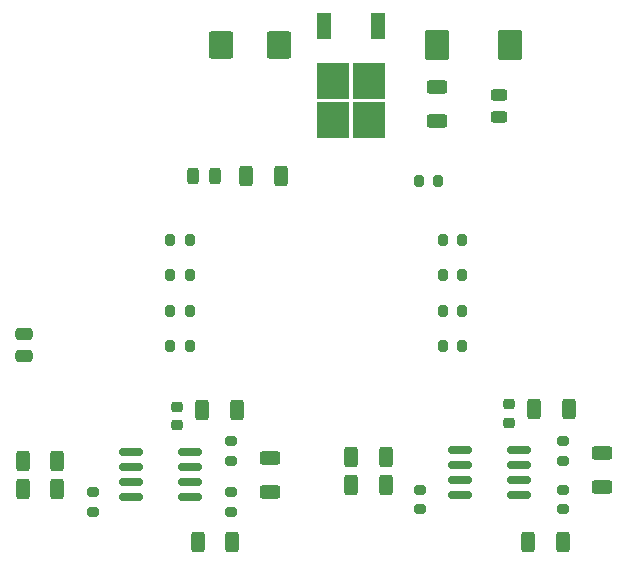
<source format=gtp>
%TF.GenerationSoftware,KiCad,Pcbnew,6.0.11-2627ca5db0~126~ubuntu22.04.1*%
%TF.CreationDate,2023-09-22T10:59:18+02:00*%
%TF.ProjectId,nucleo_f302r8_extension,6e75636c-656f-45f6-9633-303272385f65,0.1*%
%TF.SameCoordinates,Original*%
%TF.FileFunction,Paste,Top*%
%TF.FilePolarity,Positive*%
%FSLAX46Y46*%
G04 Gerber Fmt 4.6, Leading zero omitted, Abs format (unit mm)*
G04 Created by KiCad (PCBNEW 6.0.11-2627ca5db0~126~ubuntu22.04.1) date 2023-09-22 10:59:18*
%MOMM*%
%LPD*%
G01*
G04 APERTURE LIST*
G04 Aperture macros list*
%AMRoundRect*
0 Rectangle with rounded corners*
0 $1 Rounding radius*
0 $2 $3 $4 $5 $6 $7 $8 $9 X,Y pos of 4 corners*
0 Add a 4 corners polygon primitive as box body*
4,1,4,$2,$3,$4,$5,$6,$7,$8,$9,$2,$3,0*
0 Add four circle primitives for the rounded corners*
1,1,$1+$1,$2,$3*
1,1,$1+$1,$4,$5*
1,1,$1+$1,$6,$7*
1,1,$1+$1,$8,$9*
0 Add four rect primitives between the rounded corners*
20,1,$1+$1,$2,$3,$4,$5,0*
20,1,$1+$1,$4,$5,$6,$7,0*
20,1,$1+$1,$6,$7,$8,$9,0*
20,1,$1+$1,$8,$9,$2,$3,0*%
G04 Aperture macros list end*
%ADD10RoundRect,0.200000X0.275000X-0.200000X0.275000X0.200000X-0.275000X0.200000X-0.275000X-0.200000X0*%
%ADD11RoundRect,0.200000X-0.200000X-0.275000X0.200000X-0.275000X0.200000X0.275000X-0.200000X0.275000X0*%
%ADD12RoundRect,0.200000X0.200000X0.275000X-0.200000X0.275000X-0.200000X-0.275000X0.200000X-0.275000X0*%
%ADD13RoundRect,0.250000X-0.625000X0.312500X-0.625000X-0.312500X0.625000X-0.312500X0.625000X0.312500X0*%
%ADD14RoundRect,0.225000X-0.250000X0.225000X-0.250000X-0.225000X0.250000X-0.225000X0.250000X0.225000X0*%
%ADD15RoundRect,0.250000X0.625000X-0.312500X0.625000X0.312500X-0.625000X0.312500X-0.625000X-0.312500X0*%
%ADD16RoundRect,0.243750X-0.243750X-0.456250X0.243750X-0.456250X0.243750X0.456250X-0.243750X0.456250X0*%
%ADD17RoundRect,0.250000X0.312500X0.625000X-0.312500X0.625000X-0.312500X-0.625000X0.312500X-0.625000X0*%
%ADD18R,1.200000X2.200000*%
%ADD19R,2.750000X3.050000*%
%ADD20RoundRect,0.150000X-0.825000X-0.150000X0.825000X-0.150000X0.825000X0.150000X-0.825000X0.150000X0*%
%ADD21RoundRect,0.250000X-0.312500X-0.625000X0.312500X-0.625000X0.312500X0.625000X-0.312500X0.625000X0*%
%ADD22RoundRect,0.243750X-0.456250X0.243750X-0.456250X-0.243750X0.456250X-0.243750X0.456250X0.243750X0*%
%ADD23RoundRect,0.250000X0.787500X0.925000X-0.787500X0.925000X-0.787500X-0.925000X0.787500X-0.925000X0*%
%ADD24RoundRect,0.250000X-0.475000X0.250000X-0.475000X-0.250000X0.475000X-0.250000X0.475000X0.250000X0*%
%ADD25RoundRect,0.250000X-0.787500X-1.025000X0.787500X-1.025000X0.787500X1.025000X-0.787500X1.025000X0*%
G04 APERTURE END LIST*
D10*
%TO.C,R27*%
X98300000Y-108925000D03*
X98300000Y-107275000D03*
%TD*%
%TO.C,R26*%
X98300000Y-113025000D03*
X98300000Y-111375000D03*
%TD*%
%TO.C,R25*%
X70200000Y-108925000D03*
X70200000Y-107275000D03*
%TD*%
%TO.C,R24*%
X70200000Y-113225000D03*
X70200000Y-111575000D03*
%TD*%
%TO.C,R23*%
X86200000Y-113025000D03*
X86200000Y-111375000D03*
%TD*%
%TO.C,R22*%
X58500000Y-113225000D03*
X58500000Y-111575000D03*
%TD*%
D11*
%TO.C,R21*%
X86075000Y-85200000D03*
X87725000Y-85200000D03*
%TD*%
%TO.C,R20*%
X88075000Y-90200000D03*
X89725000Y-90200000D03*
%TD*%
%TO.C,R19*%
X88075000Y-96200000D03*
X89725000Y-96200000D03*
%TD*%
%TO.C,R18*%
X88075000Y-93200000D03*
X89725000Y-93200000D03*
%TD*%
%TO.C,R17*%
X88075000Y-99200000D03*
X89725000Y-99200000D03*
%TD*%
D12*
%TO.C,R16*%
X66675000Y-90200000D03*
X65025000Y-90200000D03*
%TD*%
%TO.C,R15*%
X66675000Y-96200000D03*
X65025000Y-96200000D03*
%TD*%
%TO.C,R14*%
X66675000Y-93200000D03*
X65025000Y-93200000D03*
%TD*%
%TO.C,R13*%
X66675000Y-99200000D03*
X65025000Y-99200000D03*
%TD*%
D13*
%TO.C,R2*%
X73500000Y-108637500D03*
X73500000Y-111562500D03*
%TD*%
D14*
%TO.C,C2*%
X93737500Y-104125000D03*
X93737500Y-105675000D03*
%TD*%
D15*
%TO.C,R7*%
X87600000Y-80162500D03*
X87600000Y-77237500D03*
%TD*%
D16*
%TO.C,LED2*%
X66962500Y-84800000D03*
X68837500Y-84800000D03*
%TD*%
D17*
%TO.C,R9*%
X55462500Y-108900000D03*
X52537500Y-108900000D03*
%TD*%
D18*
%TO.C,U3*%
X78020000Y-72100000D03*
X82580000Y-72100000D03*
D19*
X81825000Y-76725000D03*
X78775000Y-76725000D03*
X78775000Y-80075000D03*
X81825000Y-80075000D03*
%TD*%
D17*
%TO.C,R3*%
X70262500Y-115800000D03*
X67337500Y-115800000D03*
%TD*%
D20*
%TO.C,U2*%
X89562500Y-107995000D03*
X89562500Y-109265000D03*
X89562500Y-110535000D03*
X89562500Y-111805000D03*
X94512500Y-111805000D03*
X94512500Y-110535000D03*
X94512500Y-109265000D03*
X94512500Y-107995000D03*
%TD*%
D21*
%TO.C,R1*%
X67737500Y-104600000D03*
X70662500Y-104600000D03*
%TD*%
D22*
%TO.C,LED1*%
X92900000Y-77962500D03*
X92900000Y-79837500D03*
%TD*%
D13*
%TO.C,R5*%
X101600000Y-108237500D03*
X101600000Y-111162500D03*
%TD*%
D17*
%TO.C,R10*%
X55462500Y-111300000D03*
X52537500Y-111300000D03*
%TD*%
D23*
%TO.C,C5*%
X74262500Y-73700000D03*
X69337500Y-73700000D03*
%TD*%
D21*
%TO.C,R4*%
X95837500Y-104500000D03*
X98762500Y-104500000D03*
%TD*%
D24*
%TO.C,C3*%
X52600000Y-98150000D03*
X52600000Y-100050000D03*
%TD*%
D17*
%TO.C,R8*%
X74362500Y-84800000D03*
X71437500Y-84800000D03*
%TD*%
%TO.C,R11*%
X83262500Y-108600000D03*
X80337500Y-108600000D03*
%TD*%
D25*
%TO.C,C4*%
X87587500Y-73700000D03*
X93812500Y-73700000D03*
%TD*%
D17*
%TO.C,R6*%
X98262500Y-115800000D03*
X95337500Y-115800000D03*
%TD*%
D20*
%TO.C,U1*%
X61725000Y-108195000D03*
X61725000Y-109465000D03*
X61725000Y-110735000D03*
X61725000Y-112005000D03*
X66675000Y-112005000D03*
X66675000Y-110735000D03*
X66675000Y-109465000D03*
X66675000Y-108195000D03*
%TD*%
D17*
%TO.C,R12*%
X83262500Y-111000000D03*
X80337500Y-111000000D03*
%TD*%
D14*
%TO.C,C1*%
X65600000Y-104325000D03*
X65600000Y-105875000D03*
%TD*%
M02*

</source>
